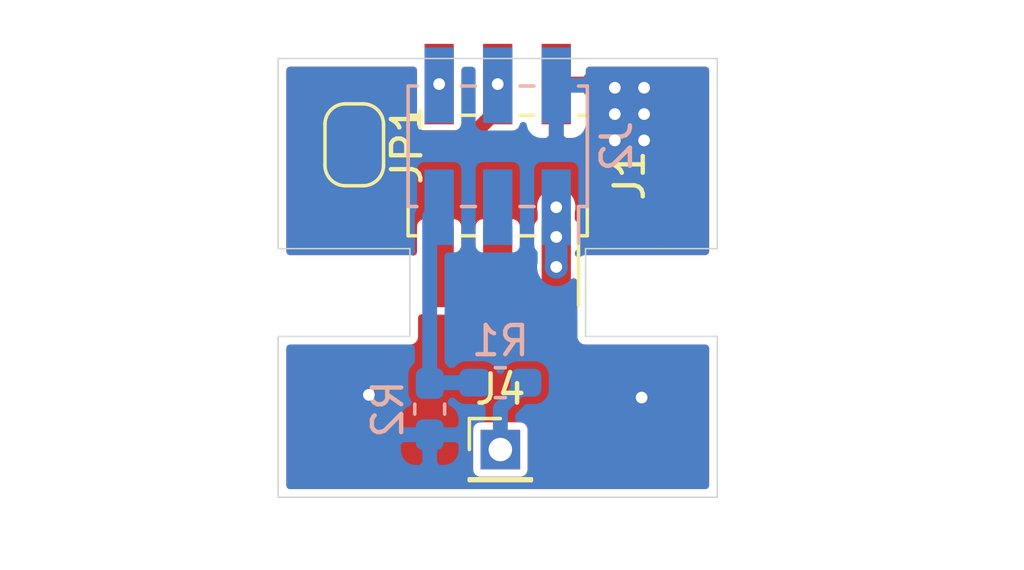
<source format=kicad_pcb>
(kicad_pcb (version 20171130) (host pcbnew 5.1.6~rc1+dfsg1-1)

  (general
    (thickness 1.6)
    (drawings 16)
    (tracks 31)
    (zones 0)
    (modules 6)
    (nets 7)
  )

  (page A4)
  (layers
    (0 F.Cu signal)
    (31 B.Cu signal)
    (32 B.Adhes user)
    (33 F.Adhes user)
    (34 B.Paste user)
    (35 F.Paste user)
    (36 B.SilkS user)
    (37 F.SilkS user)
    (38 B.Mask user)
    (39 F.Mask user)
    (40 Dwgs.User user)
    (41 Cmts.User user)
    (42 Eco1.User user)
    (43 Eco2.User user)
    (44 Edge.Cuts user)
    (45 Margin user)
    (46 B.CrtYd user)
    (47 F.CrtYd user)
    (48 B.Fab user)
    (49 F.Fab user)
  )

  (setup
    (last_trace_width 0.25)
    (user_trace_width 0.508)
    (user_trace_width 0.762)
    (trace_clearance 0.2)
    (zone_clearance 0.254)
    (zone_45_only no)
    (trace_min 0.2)
    (via_size 0.8)
    (via_drill 0.4)
    (via_min_size 0.4)
    (via_min_drill 0.3)
    (uvia_size 0.3)
    (uvia_drill 0.1)
    (uvias_allowed no)
    (uvia_min_size 0.2)
    (uvia_min_drill 0.1)
    (edge_width 0.05)
    (segment_width 0.2)
    (pcb_text_width 0.3)
    (pcb_text_size 1.5 1.5)
    (mod_edge_width 0.12)
    (mod_text_size 1 1)
    (mod_text_width 0.15)
    (pad_size 1.524 1.524)
    (pad_drill 0.762)
    (pad_to_mask_clearance 0.051)
    (solder_mask_min_width 0.25)
    (aux_axis_origin 0 0)
    (visible_elements FFFFFF7F)
    (pcbplotparams
      (layerselection 0x010fc_ffffffff)
      (usegerberextensions true)
      (usegerberattributes false)
      (usegerberadvancedattributes false)
      (creategerberjobfile false)
      (excludeedgelayer true)
      (linewidth 0.100000)
      (plotframeref false)
      (viasonmask false)
      (mode 1)
      (useauxorigin false)
      (hpglpennumber 1)
      (hpglpenspeed 20)
      (hpglpendiameter 15.000000)
      (psnegative false)
      (psa4output false)
      (plotreference true)
      (plotvalue true)
      (plotinvisibletext false)
      (padsonsilk false)
      (subtractmaskfromsilk false)
      (outputformat 1)
      (mirror false)
      (drillshape 0)
      (scaleselection 1)
      (outputdirectory "gerbers"))
  )

  (net 0 "")
  (net 1 GROUND_LOOP)
  (net 2 +12V)
  (net 3 ROTATION_DETECT)
  (net 4 "Net-(J2-Pad5)")
  (net 5 GND)
  (net 6 "Net-(J4-Pad1)")

  (net_class Default "This is the default net class."
    (clearance 0.2)
    (trace_width 0.25)
    (via_dia 0.8)
    (via_drill 0.4)
    (uvia_dia 0.3)
    (uvia_drill 0.1)
    (add_net +12V)
    (add_net GND)
    (add_net GROUND_LOOP)
    (add_net "Net-(J2-Pad5)")
    (add_net "Net-(J4-Pad1)")
    (add_net ROTATION_DETECT)
  )

  (module Resistor_SMD:R_0603_1608Metric_Pad1.05x0.95mm_HandSolder (layer B.Cu) (tedit 5B301BBD) (tstamp 5E9D93AF)
    (at 85.09 29.083 180)
    (descr "Resistor SMD 0603 (1608 Metric), square (rectangular) end terminal, IPC_7351 nominal with elongated pad for handsoldering. (Body size source: http://www.tortai-tech.com/upload/download/2011102023233369053.pdf), generated with kicad-footprint-generator")
    (tags "resistor handsolder")
    (path /5E9DA170)
    (attr smd)
    (fp_text reference R1 (at 0 1.43) (layer B.SilkS)
      (effects (font (size 1 1) (thickness 0.15)) (justify mirror))
    )
    (fp_text value 1k (at 0 -1.43) (layer B.Fab)
      (effects (font (size 1 1) (thickness 0.15)) (justify mirror))
    )
    (fp_line (start -0.8 -0.4) (end -0.8 0.4) (layer B.Fab) (width 0.1))
    (fp_line (start -0.8 0.4) (end 0.8 0.4) (layer B.Fab) (width 0.1))
    (fp_line (start 0.8 0.4) (end 0.8 -0.4) (layer B.Fab) (width 0.1))
    (fp_line (start 0.8 -0.4) (end -0.8 -0.4) (layer B.Fab) (width 0.1))
    (fp_line (start -0.171267 0.51) (end 0.171267 0.51) (layer B.SilkS) (width 0.12))
    (fp_line (start -0.171267 -0.51) (end 0.171267 -0.51) (layer B.SilkS) (width 0.12))
    (fp_line (start -1.65 -0.73) (end -1.65 0.73) (layer B.CrtYd) (width 0.05))
    (fp_line (start -1.65 0.73) (end 1.65 0.73) (layer B.CrtYd) (width 0.05))
    (fp_line (start 1.65 0.73) (end 1.65 -0.73) (layer B.CrtYd) (width 0.05))
    (fp_line (start 1.65 -0.73) (end -1.65 -0.73) (layer B.CrtYd) (width 0.05))
    (fp_text user %R (at 0 0) (layer B.Fab)
      (effects (font (size 0.4 0.4) (thickness 0.06)) (justify mirror))
    )
    (pad 2 smd roundrect (at 0.875 0 180) (size 1.05 0.95) (layers B.Cu B.Paste B.Mask) (roundrect_rratio 0.25)
      (net 4 "Net-(J2-Pad5)"))
    (pad 1 smd roundrect (at -0.875 0 180) (size 1.05 0.95) (layers B.Cu B.Paste B.Mask) (roundrect_rratio 0.25)
      (net 6 "Net-(J4-Pad1)"))
    (model ${KISYS3DMOD}/Resistor_SMD.3dshapes/R_0603_1608Metric.wrl
      (at (xyz 0 0 0))
      (scale (xyz 1 1 1))
      (rotate (xyz 0 0 0))
    )
  )

  (module Resistor_SMD:R_0603_1608Metric_Pad1.05x0.95mm_HandSolder (layer B.Cu) (tedit 5B301BBD) (tstamp 5E9D90D8)
    (at 82.677 29.986 270)
    (descr "Resistor SMD 0603 (1608 Metric), square (rectangular) end terminal, IPC_7351 nominal with elongated pad for handsoldering. (Body size source: http://www.tortai-tech.com/upload/download/2011102023233369053.pdf), generated with kicad-footprint-generator")
    (tags "resistor handsolder")
    (path /5E9DA6C1)
    (attr smd)
    (fp_text reference R2 (at 0 1.43 90) (layer B.SilkS)
      (effects (font (size 1 1) (thickness 0.15)) (justify mirror))
    )
    (fp_text value 2k (at 0 -1.43 90) (layer B.Fab)
      (effects (font (size 1 1) (thickness 0.15)) (justify mirror))
    )
    (fp_line (start -0.8 -0.4) (end -0.8 0.4) (layer B.Fab) (width 0.1))
    (fp_line (start -0.8 0.4) (end 0.8 0.4) (layer B.Fab) (width 0.1))
    (fp_line (start 0.8 0.4) (end 0.8 -0.4) (layer B.Fab) (width 0.1))
    (fp_line (start 0.8 -0.4) (end -0.8 -0.4) (layer B.Fab) (width 0.1))
    (fp_line (start -0.171267 0.51) (end 0.171267 0.51) (layer B.SilkS) (width 0.12))
    (fp_line (start -0.171267 -0.51) (end 0.171267 -0.51) (layer B.SilkS) (width 0.12))
    (fp_line (start -1.65 -0.73) (end -1.65 0.73) (layer B.CrtYd) (width 0.05))
    (fp_line (start -1.65 0.73) (end 1.65 0.73) (layer B.CrtYd) (width 0.05))
    (fp_line (start 1.65 0.73) (end 1.65 -0.73) (layer B.CrtYd) (width 0.05))
    (fp_line (start 1.65 -0.73) (end -1.65 -0.73) (layer B.CrtYd) (width 0.05))
    (fp_text user %R (at 0 0 90) (layer B.Fab)
      (effects (font (size 0.4 0.4) (thickness 0.06)) (justify mirror))
    )
    (pad 2 smd roundrect (at 0.875 0 270) (size 1.05 0.95) (layers B.Cu B.Paste B.Mask) (roundrect_rratio 0.25)
      (net 5 GND))
    (pad 1 smd roundrect (at -0.875 0 270) (size 1.05 0.95) (layers B.Cu B.Paste B.Mask) (roundrect_rratio 0.25)
      (net 4 "Net-(J2-Pad5)"))
    (model ${KISYS3DMOD}/Resistor_SMD.3dshapes/R_0603_1608Metric.wrl
      (at (xyz 0 0 0))
      (scale (xyz 1 1 1))
      (rotate (xyz 0 0 0))
    )
  )

  (module Jumper:SolderJumper-2_P1.3mm_Open_RoundedPad1.0x1.5mm (layer F.Cu) (tedit 5B391E66) (tstamp 5E9D573B)
    (at 80.1 20.95 270)
    (descr "SMD Solder Jumper, 1x1.5mm, rounded Pads, 0.3mm gap, open")
    (tags "solder jumper open")
    (path /5EA1EF21)
    (attr virtual)
    (fp_text reference JP1 (at 0 -1.8 90) (layer F.SilkS)
      (effects (font (size 1 1) (thickness 0.15)))
    )
    (fp_text value BYPASS (at 0 1.9 90) (layer F.Fab)
      (effects (font (size 1 1) (thickness 0.15)))
    )
    (fp_line (start -1.4 0.3) (end -1.4 -0.3) (layer F.SilkS) (width 0.12))
    (fp_line (start 0.7 1) (end -0.7 1) (layer F.SilkS) (width 0.12))
    (fp_line (start 1.4 -0.3) (end 1.4 0.3) (layer F.SilkS) (width 0.12))
    (fp_line (start -0.7 -1) (end 0.7 -1) (layer F.SilkS) (width 0.12))
    (fp_line (start -1.65 -1.25) (end 1.65 -1.25) (layer F.CrtYd) (width 0.05))
    (fp_line (start -1.65 -1.25) (end -1.65 1.25) (layer F.CrtYd) (width 0.05))
    (fp_line (start 1.65 1.25) (end 1.65 -1.25) (layer F.CrtYd) (width 0.05))
    (fp_line (start 1.65 1.25) (end -1.65 1.25) (layer F.CrtYd) (width 0.05))
    (fp_arc (start -0.7 -0.3) (end -0.7 -1) (angle -90) (layer F.SilkS) (width 0.12))
    (fp_arc (start -0.7 0.3) (end -1.4 0.3) (angle -90) (layer F.SilkS) (width 0.12))
    (fp_arc (start 0.7 0.3) (end 0.7 1) (angle -90) (layer F.SilkS) (width 0.12))
    (fp_arc (start 0.7 -0.3) (end 1.4 -0.3) (angle -90) (layer F.SilkS) (width 0.12))
    (pad 2 smd custom (at 0.65 0 270) (size 1 0.5) (layers F.Cu F.Mask)
      (net 5 GND) (zone_connect 2)
      (options (clearance outline) (anchor rect))
      (primitives
        (gr_circle (center 0 0.25) (end 0.5 0.25) (width 0))
        (gr_circle (center 0 -0.25) (end 0.5 -0.25) (width 0))
        (gr_poly (pts
           (xy 0 -0.75) (xy -0.5 -0.75) (xy -0.5 0.75) (xy 0 0.75)) (width 0))
      ))
    (pad 1 smd custom (at -0.65 0 270) (size 1 0.5) (layers F.Cu F.Mask)
      (net 1 GROUND_LOOP) (zone_connect 2)
      (options (clearance outline) (anchor rect))
      (primitives
        (gr_circle (center 0 0.25) (end 0.5 0.25) (width 0))
        (gr_circle (center 0 -0.25) (end 0.5 -0.25) (width 0))
        (gr_poly (pts
           (xy 0 -0.75) (xy 0.5 -0.75) (xy 0.5 0.75) (xy 0 0.75)) (width 0))
      ))
  )

  (module Connector_PinSocket_2.00mm:PinSocket_2x03_P2.00mm_Vertical_SMD (layer F.Cu) (tedit 5A19A42F) (tstamp 5E9D06EA)
    (at 85 22 270)
    (descr "surface-mounted straight socket strip, 2x03, 2.00mm pitch, double cols (from Kicad 4.0.7), script generated")
    (tags "Surface mounted socket strip SMD 2x03 2.00mm double row")
    (path /5E9E0BFF)
    (attr smd)
    (fp_text reference J1 (at 0 -4.5 90) (layer F.SilkS)
      (effects (font (size 1 1) (thickness 0.15)))
    )
    (fp_text value FAN_IN (at 0 4.5 90) (layer F.Fab)
      (effects (font (size 1 1) (thickness 0.15)))
    )
    (fp_line (start -2.06 -3.06) (end 2.06 -3.06) (layer F.SilkS) (width 0.12))
    (fp_line (start 2.06 -3.06) (end 2.06 -2.76) (layer F.SilkS) (width 0.12))
    (fp_line (start 2.06 -1.24) (end 2.06 -0.76) (layer F.SilkS) (width 0.12))
    (fp_line (start 2.06 0.76) (end 2.06 1.24) (layer F.SilkS) (width 0.12))
    (fp_line (start 2.06 2.76) (end 2.06 3.06) (layer F.SilkS) (width 0.12))
    (fp_line (start -2.06 3.06) (end 2.06 3.06) (layer F.SilkS) (width 0.12))
    (fp_line (start -2.06 -3.06) (end -2.06 -2.76) (layer F.SilkS) (width 0.12))
    (fp_line (start -2.06 -1.24) (end -2.06 -0.76) (layer F.SilkS) (width 0.12))
    (fp_line (start -2.06 0.76) (end -2.06 1.24) (layer F.SilkS) (width 0.12))
    (fp_line (start -2.06 2.76) (end -2.06 3.06) (layer F.SilkS) (width 0.12))
    (fp_line (start 2.06 -2.76) (end 4.44 -2.76) (layer F.SilkS) (width 0.12))
    (fp_line (start -2 -3) (end 1 -3) (layer F.Fab) (width 0.1))
    (fp_line (start 1 -3) (end 2 -2) (layer F.Fab) (width 0.1))
    (fp_line (start 2 -2) (end 2 3) (layer F.Fab) (width 0.1))
    (fp_line (start 2 3) (end -2 3) (layer F.Fab) (width 0.1))
    (fp_line (start -2 3) (end -2 -3) (layer F.Fab) (width 0.1))
    (fp_line (start -3 -2.25) (end -2 -2.25) (layer F.Fab) (width 0.1))
    (fp_line (start -2 -1.75) (end -3 -1.75) (layer F.Fab) (width 0.1))
    (fp_line (start -3 -1.75) (end -3 -2.25) (layer F.Fab) (width 0.1))
    (fp_line (start 2 -2.25) (end 3 -2.25) (layer F.Fab) (width 0.1))
    (fp_line (start 3 -2.25) (end 3 -1.75) (layer F.Fab) (width 0.1))
    (fp_line (start 3 -1.75) (end 2 -1.75) (layer F.Fab) (width 0.1))
    (fp_line (start -3 -0.25) (end -2 -0.25) (layer F.Fab) (width 0.1))
    (fp_line (start -2 0.25) (end -3 0.25) (layer F.Fab) (width 0.1))
    (fp_line (start -3 0.25) (end -3 -0.25) (layer F.Fab) (width 0.1))
    (fp_line (start 2 -0.25) (end 3 -0.25) (layer F.Fab) (width 0.1))
    (fp_line (start 3 -0.25) (end 3 0.25) (layer F.Fab) (width 0.1))
    (fp_line (start 3 0.25) (end 2 0.25) (layer F.Fab) (width 0.1))
    (fp_line (start -3 1.75) (end -2 1.75) (layer F.Fab) (width 0.1))
    (fp_line (start -2 2.25) (end -3 2.25) (layer F.Fab) (width 0.1))
    (fp_line (start -3 2.25) (end -3 1.75) (layer F.Fab) (width 0.1))
    (fp_line (start 2 1.75) (end 3 1.75) (layer F.Fab) (width 0.1))
    (fp_line (start 3 1.75) (end 3 2.25) (layer F.Fab) (width 0.1))
    (fp_line (start 3 2.25) (end 2 2.25) (layer F.Fab) (width 0.1))
    (fp_line (start -5 -3.5) (end 5 -3.5) (layer F.CrtYd) (width 0.05))
    (fp_line (start 5 -3.5) (end 5 3.5) (layer F.CrtYd) (width 0.05))
    (fp_line (start 5 3.5) (end -5 3.5) (layer F.CrtYd) (width 0.05))
    (fp_line (start -5 3.5) (end -5 -3.5) (layer F.CrtYd) (width 0.05))
    (fp_text user %R (at 0 0) (layer F.Fab)
      (effects (font (size 1 1) (thickness 0.15)))
    )
    (pad 6 smd rect (at -3.125 2 270) (size 2.75 1) (layers F.Cu F.Paste F.Mask)
      (net 3 ROTATION_DETECT))
    (pad 5 smd rect (at 3.125 2 270) (size 2.75 1) (layers F.Cu F.Paste F.Mask))
    (pad 4 smd rect (at -3.125 0 270) (size 2.75 1) (layers F.Cu F.Paste F.Mask)
      (net 1 GROUND_LOOP))
    (pad 3 smd rect (at 3.125 0 270) (size 2.75 1) (layers F.Cu F.Paste F.Mask))
    (pad 2 smd rect (at -3.125 -2 270) (size 2.75 1) (layers F.Cu F.Paste F.Mask)
      (net 5 GND))
    (pad 1 smd rect (at 3.125 -2 270) (size 2.75 1) (layers F.Cu F.Paste F.Mask)
      (net 2 +12V))
    (model ${KISYS3DMOD}/Connector_PinSocket_2.00mm.3dshapes/PinSocket_2x03_P2.00mm_Vertical_SMD.wrl
      (at (xyz 0 0 0))
      (scale (xyz 1 1 1))
      (rotate (xyz 0 0 0))
    )
  )

  (module Connector_PinHeader_2.00mm:PinHeader_1x01_P2.00mm_Vertical (layer F.Cu) (tedit 59FED667) (tstamp 5E9D9346)
    (at 85.09 31.369)
    (descr "Through hole straight pin header, 1x01, 2.00mm pitch, single row")
    (tags "Through hole pin header THT 1x01 2.00mm single row")
    (path /5E9F17A7)
    (fp_text reference J4 (at 0 -2.06) (layer F.SilkS)
      (effects (font (size 1 1) (thickness 0.15)))
    )
    (fp_text value COMM (at 0 2.06) (layer F.Fab)
      (effects (font (size 1 1) (thickness 0.15)))
    )
    (fp_line (start -0.5 -1) (end 1 -1) (layer F.Fab) (width 0.1))
    (fp_line (start 1 -1) (end 1 1) (layer F.Fab) (width 0.1))
    (fp_line (start 1 1) (end -1 1) (layer F.Fab) (width 0.1))
    (fp_line (start -1 1) (end -1 -0.5) (layer F.Fab) (width 0.1))
    (fp_line (start -1 -0.5) (end -0.5 -1) (layer F.Fab) (width 0.1))
    (fp_line (start -1.06 1.06) (end 1.06 1.06) (layer F.SilkS) (width 0.12))
    (fp_line (start -1.06 1) (end -1.06 1.06) (layer F.SilkS) (width 0.12))
    (fp_line (start 1.06 1) (end 1.06 1.06) (layer F.SilkS) (width 0.12))
    (fp_line (start -1.06 1) (end 1.06 1) (layer F.SilkS) (width 0.12))
    (fp_line (start -1.06 0) (end -1.06 -1.06) (layer F.SilkS) (width 0.12))
    (fp_line (start -1.06 -1.06) (end 0 -1.06) (layer F.SilkS) (width 0.12))
    (fp_line (start -1.5 -1.5) (end -1.5 1.5) (layer F.CrtYd) (width 0.05))
    (fp_line (start -1.5 1.5) (end 1.5 1.5) (layer F.CrtYd) (width 0.05))
    (fp_line (start 1.5 1.5) (end 1.5 -1.5) (layer F.CrtYd) (width 0.05))
    (fp_line (start 1.5 -1.5) (end -1.5 -1.5) (layer F.CrtYd) (width 0.05))
    (fp_text user %R (at 0 0 90) (layer F.Fab)
      (effects (font (size 1 1) (thickness 0.15)))
    )
    (pad 1 thru_hole rect (at 0 0) (size 1.35 1.35) (drill 0.8) (layers *.Cu *.Mask)
      (net 6 "Net-(J4-Pad1)"))
    (model ${KISYS3DMOD}/Connector_PinHeader_2.00mm.3dshapes/PinHeader_1x01_P2.00mm_Vertical.wrl
      (at (xyz 0 0 0))
      (scale (xyz 1 1 1))
      (rotate (xyz 0 0 0))
    )
  )

  (module Connector_PinHeader_2.00mm:PinHeader_2x03_P2.00mm_Vertical_SMD (layer B.Cu) (tedit 59FED667) (tstamp 5E9D0E63)
    (at 85 21 90)
    (descr "surface-mounted straight pin header, 2x03, 2.00mm pitch, double rows")
    (tags "Surface mounted pin header SMD 2x03 2.00mm double row")
    (path /5E9E1E9C)
    (attr smd)
    (fp_text reference J2 (at 0 4.06 270) (layer B.SilkS)
      (effects (font (size 1 1) (thickness 0.15)) (justify mirror))
    )
    (fp_text value FAN_OUT (at 0 -4.06 270) (layer B.Fab)
      (effects (font (size 1 1) (thickness 0.15)) (justify mirror))
    )
    (fp_line (start 2 -3) (end -2 -3) (layer B.Fab) (width 0.1))
    (fp_line (start -1.25 3) (end 2 3) (layer B.Fab) (width 0.1))
    (fp_line (start -2 -3) (end -2 2.25) (layer B.Fab) (width 0.1))
    (fp_line (start -2 2.25) (end -1.25 3) (layer B.Fab) (width 0.1))
    (fp_line (start 2 3) (end 2 -3) (layer B.Fab) (width 0.1))
    (fp_line (start -2 2.25) (end -2.875 2.25) (layer B.Fab) (width 0.1))
    (fp_line (start -2.875 2.25) (end -2.875 1.75) (layer B.Fab) (width 0.1))
    (fp_line (start -2.875 1.75) (end -2 1.75) (layer B.Fab) (width 0.1))
    (fp_line (start 2 2.25) (end 2.875 2.25) (layer B.Fab) (width 0.1))
    (fp_line (start 2.875 2.25) (end 2.875 1.75) (layer B.Fab) (width 0.1))
    (fp_line (start 2.875 1.75) (end 2 1.75) (layer B.Fab) (width 0.1))
    (fp_line (start -2 0.25) (end -2.875 0.25) (layer B.Fab) (width 0.1))
    (fp_line (start -2.875 0.25) (end -2.875 -0.25) (layer B.Fab) (width 0.1))
    (fp_line (start -2.875 -0.25) (end -2 -0.25) (layer B.Fab) (width 0.1))
    (fp_line (start 2 0.25) (end 2.875 0.25) (layer B.Fab) (width 0.1))
    (fp_line (start 2.875 0.25) (end 2.875 -0.25) (layer B.Fab) (width 0.1))
    (fp_line (start 2.875 -0.25) (end 2 -0.25) (layer B.Fab) (width 0.1))
    (fp_line (start -2 -1.75) (end -2.875 -1.75) (layer B.Fab) (width 0.1))
    (fp_line (start -2.875 -1.75) (end -2.875 -2.25) (layer B.Fab) (width 0.1))
    (fp_line (start -2.875 -2.25) (end -2 -2.25) (layer B.Fab) (width 0.1))
    (fp_line (start 2 -1.75) (end 2.875 -1.75) (layer B.Fab) (width 0.1))
    (fp_line (start 2.875 -1.75) (end 2.875 -2.25) (layer B.Fab) (width 0.1))
    (fp_line (start 2.875 -2.25) (end 2 -2.25) (layer B.Fab) (width 0.1))
    (fp_line (start -2.06 3.06) (end 2.06 3.06) (layer B.SilkS) (width 0.12))
    (fp_line (start -2.06 -3.06) (end 2.06 -3.06) (layer B.SilkS) (width 0.12))
    (fp_line (start -3.315 2.76) (end -2.06 2.76) (layer B.SilkS) (width 0.12))
    (fp_line (start -2.06 3.06) (end -2.06 2.76) (layer B.SilkS) (width 0.12))
    (fp_line (start 2.06 3.06) (end 2.06 2.76) (layer B.SilkS) (width 0.12))
    (fp_line (start -2.06 -2.76) (end -2.06 -3.06) (layer B.SilkS) (width 0.12))
    (fp_line (start 2.06 -2.76) (end 2.06 -3.06) (layer B.SilkS) (width 0.12))
    (fp_line (start -2.06 1.24) (end -2.06 0.76) (layer B.SilkS) (width 0.12))
    (fp_line (start 2.06 1.24) (end 2.06 0.76) (layer B.SilkS) (width 0.12))
    (fp_line (start -2.06 -0.76) (end -2.06 -1.24) (layer B.SilkS) (width 0.12))
    (fp_line (start 2.06 -0.76) (end 2.06 -1.24) (layer B.SilkS) (width 0.12))
    (fp_line (start -4.9 3.5) (end -4.9 -3.5) (layer B.CrtYd) (width 0.05))
    (fp_line (start -4.9 -3.5) (end 4.9 -3.5) (layer B.CrtYd) (width 0.05))
    (fp_line (start 4.9 -3.5) (end 4.9 3.5) (layer B.CrtYd) (width 0.05))
    (fp_line (start 4.9 3.5) (end -4.9 3.5) (layer B.CrtYd) (width 0.05))
    (fp_text user %R (at 0 0) (layer B.Fab)
      (effects (font (size 1 1) (thickness 0.15)) (justify mirror))
    )
    (pad 6 smd rect (at 2.085 -2 90) (size 2.58 1) (layers B.Cu B.Paste B.Mask)
      (net 3 ROTATION_DETECT))
    (pad 5 smd rect (at -2.085 -2 90) (size 2.58 1) (layers B.Cu B.Paste B.Mask)
      (net 4 "Net-(J2-Pad5)"))
    (pad 4 smd rect (at 2.085 0 90) (size 2.58 1) (layers B.Cu B.Paste B.Mask)
      (net 1 GROUND_LOOP))
    (pad 3 smd rect (at -2.085 0 90) (size 2.58 1) (layers B.Cu B.Paste B.Mask))
    (pad 2 smd rect (at 2.085 2 90) (size 2.58 1) (layers B.Cu B.Paste B.Mask)
      (net 5 GND))
    (pad 1 smd rect (at -2.085 2 90) (size 2.58 1) (layers B.Cu B.Paste B.Mask)
      (net 2 +12V))
    (model ${KISYS3DMOD}/Connector_PinHeader_2.00mm.3dshapes/PinHeader_2x03_P2.00mm_Vertical_SMD.wrl
      (at (xyz 0 0 0))
      (scale (xyz 1 1 1))
      (rotate (xyz 0 0 0))
    )
  )

  (gr_line (start 77.5 33) (end 92.5 33) (layer Edge.Cuts) (width 0.05))
  (gr_line (start 92.5 27.5) (end 92.5 33) (layer Edge.Cuts) (width 0.05) (tstamp 5E9D531F))
  (gr_line (start 77.5 27.5) (end 77.5 33) (layer Edge.Cuts) (width 0.05))
  (gr_line (start 77.5 18) (end 77.5 24.5) (layer Edge.Cuts) (width 0.05) (tstamp 5E9D531D))
  (gr_line (start 92.5 18) (end 92.5 24.5) (layer Edge.Cuts) (width 0.05) (tstamp 5E9D52DE))
  (gr_line (start 79.5 27.5) (end 77.5 27.5) (layer Edge.Cuts) (width 0.05))
  (gr_line (start 82 27.5) (end 79.5 27.5) (layer Edge.Cuts) (width 0.05))
  (gr_line (start 82 24.5) (end 82 27.5) (layer Edge.Cuts) (width 0.05))
  (gr_line (start 81.5 24.5) (end 82 24.5) (layer Edge.Cuts) (width 0.05))
  (gr_line (start 88 24.5) (end 88.5 24.5) (layer Edge.Cuts) (width 0.05) (tstamp 5E9D3E57))
  (gr_line (start 88 27.5) (end 88 24.5) (layer Edge.Cuts) (width 0.05))
  (gr_line (start 92.5 27.5) (end 88 27.5) (layer Edge.Cuts) (width 0.05))
  (gr_line (start 90.5 24.5) (end 92.5 24.5) (layer Edge.Cuts) (width 0.05))
  (gr_line (start 77.5 24.5) (end 81.5 24.5) (layer Edge.Cuts) (width 0.05) (tstamp 5E9D00BC))
  (gr_line (start 90.5 24.5) (end 88.5 24.5) (layer Edge.Cuts) (width 0.05) (tstamp 5E9D00BB))
  (gr_line (start 77.5 18) (end 92.5 18) (layer Edge.Cuts) (width 0.05))

  (segment (start 80.847592 20.3) (end 80.1 20.3) (width 0.508) (layer F.Cu) (net 1))
  (segment (start 81.251593 20.704001) (end 80.847592 20.3) (width 0.508) (layer F.Cu) (net 1))
  (segment (start 84.045999 20.704001) (end 81.251593 20.704001) (width 0.508) (layer F.Cu) (net 1))
  (segment (start 85 19.75) (end 84.045999 20.704001) (width 0.508) (layer F.Cu) (net 1))
  (segment (start 85 18.875) (end 85 18.875) (width 0.508) (layer F.Cu) (net 1))
  (segment (start 85 18.875) (end 85 19.75) (width 0.508) (layer F.Cu) (net 1) (tstamp 5E9D5C23))
  (via (at 85 18.875) (size 0.8) (drill 0.4) (layers F.Cu B.Cu) (net 1))
  (via (at 87 23.085) (size 0.8) (drill 0.4) (layers F.Cu B.Cu) (net 2))
  (segment (start 87 25.125) (end 87 25.125) (width 0.762) (layer F.Cu) (net 2))
  (segment (start 87 25.125) (end 87 24.1) (width 0.762) (layer F.Cu) (net 2) (tstamp 5E9D52C7))
  (via (at 87 25.125) (size 0.8) (drill 0.4) (layers F.Cu B.Cu) (net 2))
  (segment (start 87 24.1) (end 87 23.085) (width 0.762) (layer F.Cu) (net 2) (tstamp 5E9D52C9))
  (via (at 87 24.1) (size 0.8) (drill 0.4) (layers F.Cu B.Cu) (net 2))
  (segment (start 87 25.125) (end 87 23.085) (width 0.762) (layer B.Cu) (net 2))
  (segment (start 83 18.915) (end 83 18.875) (width 0.508) (layer B.Cu) (net 3))
  (segment (start 83 18.875) (end 83 18.875) (width 0.508) (layer B.Cu) (net 3) (tstamp 5E9D5333))
  (via (at 83 18.875) (size 0.8) (drill 0.4) (layers F.Cu B.Cu) (net 3))
  (segment (start 82.705 29.083) (end 82.677 29.111) (width 0.508) (layer B.Cu) (net 4))
  (segment (start 84.215 29.083) (end 82.705 29.083) (width 0.508) (layer B.Cu) (net 4))
  (segment (start 82.677 23.408) (end 83 23.085) (width 0.508) (layer B.Cu) (net 4))
  (segment (start 82.677 29.111) (end 82.677 23.408) (width 0.508) (layer B.Cu) (net 4))
  (via (at 89 19) (size 0.8) (drill 0.4) (layers F.Cu B.Cu) (net 5))
  (via (at 90 19) (size 0.8) (drill 0.4) (layers F.Cu B.Cu) (net 5))
  (via (at 89 19.9) (size 0.8) (drill 0.4) (layers F.Cu B.Cu) (net 5))
  (via (at 90 19.9) (size 0.8) (drill 0.4) (layers F.Cu B.Cu) (net 5))
  (via (at 89 20.8) (size 0.8) (drill 0.4) (layers F.Cu B.Cu) (net 5))
  (via (at 90 20.8) (size 0.8) (drill 0.4) (layers F.Cu B.Cu) (net 5))
  (via (at 80.6 29.5) (size 0.8) (drill 0.4) (layers F.Cu B.Cu) (net 5))
  (via (at 89.916 29.591) (size 0.8) (drill 0.4) (layers F.Cu B.Cu) (net 5))
  (segment (start 85.09 29.958) (end 85.965 29.083) (width 0.508) (layer B.Cu) (net 6))
  (segment (start 85.09 31.369) (end 85.09 29.958) (width 0.508) (layer B.Cu) (net 6))

  (zone (net 5) (net_name GND) (layer B.Cu) (tstamp 5E9D951F) (hatch edge 0.508)
    (connect_pads (clearance 0.254))
    (min_thickness 0.254)
    (fill yes (arc_segments 32) (thermal_gap 0.508) (thermal_bridge_width 0.508))
    (polygon
      (pts
        (xy 102 17) (xy 102 35) (xy 68.5 35) (xy 68.5 16.5)
      )
    )
    (filled_polygon
      (pts
        (xy 82.117157 20.205) (xy 82.124513 20.279689) (xy 82.146299 20.351508) (xy 82.181678 20.417696) (xy 82.229289 20.475711)
        (xy 82.287304 20.523322) (xy 82.353492 20.558701) (xy 82.425311 20.580487) (xy 82.5 20.587843) (xy 83.5 20.587843)
        (xy 83.574689 20.580487) (xy 83.646508 20.558701) (xy 83.712696 20.523322) (xy 83.770711 20.475711) (xy 83.818322 20.417696)
        (xy 83.853701 20.351508) (xy 83.875487 20.279689) (xy 83.882843 20.205) (xy 83.882843 18.406) (xy 84.117157 18.406)
        (xy 84.117157 20.205) (xy 84.124513 20.279689) (xy 84.146299 20.351508) (xy 84.181678 20.417696) (xy 84.229289 20.475711)
        (xy 84.287304 20.523322) (xy 84.353492 20.558701) (xy 84.425311 20.580487) (xy 84.5 20.587843) (xy 85.5 20.587843)
        (xy 85.574689 20.580487) (xy 85.646508 20.558701) (xy 85.712696 20.523322) (xy 85.770711 20.475711) (xy 85.818322 20.417696)
        (xy 85.853701 20.351508) (xy 85.870804 20.295126) (xy 85.874188 20.329482) (xy 85.910498 20.44918) (xy 85.969463 20.559494)
        (xy 86.048815 20.656185) (xy 86.145506 20.735537) (xy 86.25582 20.794502) (xy 86.375518 20.830812) (xy 86.5 20.843072)
        (xy 86.71425 20.84) (xy 86.873 20.68125) (xy 86.873 19.042) (xy 87.127 19.042) (xy 87.127 20.68125)
        (xy 87.28575 20.84) (xy 87.5 20.843072) (xy 87.624482 20.830812) (xy 87.74418 20.794502) (xy 87.854494 20.735537)
        (xy 87.951185 20.656185) (xy 88.030537 20.559494) (xy 88.089502 20.44918) (xy 88.125812 20.329482) (xy 88.138072 20.205)
        (xy 88.135 19.20075) (xy 87.97625 19.042) (xy 87.127 19.042) (xy 86.873 19.042) (xy 86.853 19.042)
        (xy 86.853 18.788) (xy 86.873 18.788) (xy 86.873 18.406) (xy 87.127 18.406) (xy 87.127 18.788)
        (xy 87.97625 18.788) (xy 88.135 18.62925) (xy 88.135683 18.406) (xy 92.094 18.406) (xy 92.094001 24.594)
        (xy 88.019941 24.594) (xy 88 24.592036) (xy 87.98006 24.594) (xy 87.980059 24.594) (xy 87.92041 24.599875)
        (xy 87.843879 24.62309) (xy 87.773347 24.66079) (xy 87.762 24.670102) (xy 87.762 24.65286) (xy 87.770711 24.645711)
        (xy 87.818322 24.587696) (xy 87.853701 24.521508) (xy 87.875487 24.449689) (xy 87.882843 24.375) (xy 87.882843 21.795)
        (xy 87.875487 21.720311) (xy 87.853701 21.648492) (xy 87.818322 21.582304) (xy 87.770711 21.524289) (xy 87.712696 21.476678)
        (xy 87.646508 21.441299) (xy 87.574689 21.419513) (xy 87.5 21.412157) (xy 86.5 21.412157) (xy 86.425311 21.419513)
        (xy 86.353492 21.441299) (xy 86.287304 21.476678) (xy 86.229289 21.524289) (xy 86.181678 21.582304) (xy 86.146299 21.648492)
        (xy 86.124513 21.720311) (xy 86.117157 21.795) (xy 86.117157 24.375) (xy 86.124513 24.449689) (xy 86.146299 24.521508)
        (xy 86.181678 24.587696) (xy 86.229289 24.645711) (xy 86.238 24.65286) (xy 86.238 24.952557) (xy 86.219 25.048078)
        (xy 86.219 25.201922) (xy 86.249013 25.352809) (xy 86.307887 25.494942) (xy 86.393358 25.622859) (xy 86.502141 25.731642)
        (xy 86.630058 25.817113) (xy 86.772191 25.875987) (xy 86.923078 25.906) (xy 87.076922 25.906) (xy 87.227809 25.875987)
        (xy 87.369942 25.817113) (xy 87.497859 25.731642) (xy 87.594001 25.6355) (xy 87.594 27.480059) (xy 87.592036 27.5)
        (xy 87.599875 27.57959) (xy 87.62309 27.656121) (xy 87.66079 27.726653) (xy 87.711526 27.788474) (xy 87.773347 27.83921)
        (xy 87.843879 27.87691) (xy 87.92041 27.900125) (xy 88 27.907964) (xy 88.01994 27.906) (xy 92.094 27.906)
        (xy 92.094001 32.594) (xy 77.906 32.594) (xy 77.906 31.386) (xy 81.563928 31.386) (xy 81.576188 31.510482)
        (xy 81.612498 31.63018) (xy 81.671463 31.740494) (xy 81.750815 31.837185) (xy 81.847506 31.916537) (xy 81.95782 31.975502)
        (xy 82.077518 32.011812) (xy 82.202 32.024072) (xy 82.39125 32.021) (xy 82.55 31.86225) (xy 82.55 30.988)
        (xy 82.804 30.988) (xy 82.804 31.86225) (xy 82.96275 32.021) (xy 83.152 32.024072) (xy 83.276482 32.011812)
        (xy 83.39618 31.975502) (xy 83.506494 31.916537) (xy 83.603185 31.837185) (xy 83.682537 31.740494) (xy 83.741502 31.63018)
        (xy 83.777812 31.510482) (xy 83.790072 31.386) (xy 83.787 31.14675) (xy 83.62825 30.988) (xy 82.804 30.988)
        (xy 82.55 30.988) (xy 81.72575 30.988) (xy 81.567 31.14675) (xy 81.563928 31.386) (xy 77.906 31.386)
        (xy 77.906 27.906) (xy 81.98006 27.906) (xy 82 27.907964) (xy 82.042 27.903827) (xy 82.042 28.351081)
        (xy 82.000851 28.384851) (xy 81.923704 28.478856) (xy 81.866378 28.586105) (xy 81.831077 28.702477) (xy 81.819157 28.8235)
        (xy 81.819157 29.3985) (xy 81.831077 29.519523) (xy 81.866378 29.635895) (xy 81.923704 29.743144) (xy 81.93602 29.758151)
        (xy 81.847506 29.805463) (xy 81.750815 29.884815) (xy 81.671463 29.981506) (xy 81.612498 30.09182) (xy 81.576188 30.211518)
        (xy 81.563928 30.336) (xy 81.567 30.57525) (xy 81.72575 30.734) (xy 82.55 30.734) (xy 82.55 30.714)
        (xy 82.804 30.714) (xy 82.804 30.734) (xy 83.62825 30.734) (xy 83.787 30.57525) (xy 83.790072 30.336)
        (xy 83.777812 30.211518) (xy 83.741502 30.09182) (xy 83.682537 29.981506) (xy 83.603185 29.884815) (xy 83.506494 29.805463)
        (xy 83.41798 29.758151) (xy 83.430296 29.743144) (xy 83.443736 29.718) (xy 83.455081 29.718) (xy 83.488851 29.759149)
        (xy 83.582856 29.836296) (xy 83.690105 29.893622) (xy 83.806477 29.928923) (xy 83.9275 29.940843) (xy 84.453619 29.940843)
        (xy 84.451929 29.958) (xy 84.455001 29.989191) (xy 84.455001 30.311157) (xy 84.415 30.311157) (xy 84.340311 30.318513)
        (xy 84.268492 30.340299) (xy 84.202304 30.375678) (xy 84.144289 30.423289) (xy 84.096678 30.481304) (xy 84.061299 30.547492)
        (xy 84.039513 30.619311) (xy 84.032157 30.694) (xy 84.032157 32.044) (xy 84.039513 32.118689) (xy 84.061299 32.190508)
        (xy 84.096678 32.256696) (xy 84.144289 32.314711) (xy 84.202304 32.362322) (xy 84.268492 32.397701) (xy 84.340311 32.419487)
        (xy 84.415 32.426843) (xy 85.765 32.426843) (xy 85.839689 32.419487) (xy 85.911508 32.397701) (xy 85.977696 32.362322)
        (xy 86.035711 32.314711) (xy 86.083322 32.256696) (xy 86.118701 32.190508) (xy 86.140487 32.118689) (xy 86.147843 32.044)
        (xy 86.147843 30.694) (xy 86.140487 30.619311) (xy 86.118701 30.547492) (xy 86.083322 30.481304) (xy 86.035711 30.423289)
        (xy 85.977696 30.375678) (xy 85.911508 30.340299) (xy 85.839689 30.318513) (xy 85.765 30.311157) (xy 85.725 30.311157)
        (xy 85.725 30.221024) (xy 86.005182 29.940843) (xy 86.2525 29.940843) (xy 86.373523 29.928923) (xy 86.489895 29.893622)
        (xy 86.597144 29.836296) (xy 86.691149 29.759149) (xy 86.768296 29.665144) (xy 86.825622 29.557895) (xy 86.860923 29.441523)
        (xy 86.872843 29.3205) (xy 86.872843 28.8455) (xy 86.860923 28.724477) (xy 86.825622 28.608105) (xy 86.768296 28.500856)
        (xy 86.691149 28.406851) (xy 86.597144 28.329704) (xy 86.489895 28.272378) (xy 86.373523 28.237077) (xy 86.2525 28.225157)
        (xy 85.6775 28.225157) (xy 85.556477 28.237077) (xy 85.440105 28.272378) (xy 85.332856 28.329704) (xy 85.238851 28.406851)
        (xy 85.161704 28.500856) (xy 85.104378 28.608105) (xy 85.09 28.655503) (xy 85.075622 28.608105) (xy 85.018296 28.500856)
        (xy 84.941149 28.406851) (xy 84.847144 28.329704) (xy 84.739895 28.272378) (xy 84.623523 28.237077) (xy 84.5025 28.225157)
        (xy 83.9275 28.225157) (xy 83.806477 28.237077) (xy 83.690105 28.272378) (xy 83.582856 28.329704) (xy 83.488851 28.406851)
        (xy 83.455081 28.448) (xy 83.404973 28.448) (xy 83.353149 28.384851) (xy 83.312 28.351081) (xy 83.312 24.757843)
        (xy 83.5 24.757843) (xy 83.574689 24.750487) (xy 83.646508 24.728701) (xy 83.712696 24.693322) (xy 83.770711 24.645711)
        (xy 83.818322 24.587696) (xy 83.853701 24.521508) (xy 83.875487 24.449689) (xy 83.882843 24.375) (xy 83.882843 21.795)
        (xy 84.117157 21.795) (xy 84.117157 24.375) (xy 84.124513 24.449689) (xy 84.146299 24.521508) (xy 84.181678 24.587696)
        (xy 84.229289 24.645711) (xy 84.287304 24.693322) (xy 84.353492 24.728701) (xy 84.425311 24.750487) (xy 84.5 24.757843)
        (xy 85.5 24.757843) (xy 85.574689 24.750487) (xy 85.646508 24.728701) (xy 85.712696 24.693322) (xy 85.770711 24.645711)
        (xy 85.818322 24.587696) (xy 85.853701 24.521508) (xy 85.875487 24.449689) (xy 85.882843 24.375) (xy 85.882843 21.795)
        (xy 85.875487 21.720311) (xy 85.853701 21.648492) (xy 85.818322 21.582304) (xy 85.770711 21.524289) (xy 85.712696 21.476678)
        (xy 85.646508 21.441299) (xy 85.574689 21.419513) (xy 85.5 21.412157) (xy 84.5 21.412157) (xy 84.425311 21.419513)
        (xy 84.353492 21.441299) (xy 84.287304 21.476678) (xy 84.229289 21.524289) (xy 84.181678 21.582304) (xy 84.146299 21.648492)
        (xy 84.124513 21.720311) (xy 84.117157 21.795) (xy 83.882843 21.795) (xy 83.875487 21.720311) (xy 83.853701 21.648492)
        (xy 83.818322 21.582304) (xy 83.770711 21.524289) (xy 83.712696 21.476678) (xy 83.646508 21.441299) (xy 83.574689 21.419513)
        (xy 83.5 21.412157) (xy 82.5 21.412157) (xy 82.425311 21.419513) (xy 82.353492 21.441299) (xy 82.287304 21.476678)
        (xy 82.229289 21.524289) (xy 82.181678 21.582304) (xy 82.146299 21.648492) (xy 82.124513 21.720311) (xy 82.117157 21.795)
        (xy 82.117157 23.108334) (xy 82.087498 23.163821) (xy 82.062203 23.247209) (xy 82.051189 23.283518) (xy 82.042001 23.376808)
        (xy 82.038929 23.408) (xy 82.042001 23.439191) (xy 82.042001 24.596173) (xy 82.019941 24.594) (xy 82.01994 24.594)
        (xy 82 24.592036) (xy 81.980059 24.594) (xy 77.906 24.594) (xy 77.906 18.406) (xy 82.117157 18.406)
      )
    )
  )
  (zone (net 5) (net_name GND) (layer F.Cu) (tstamp 5E9D951C) (hatch edge 0.508)
    (connect_pads (clearance 0.254))
    (min_thickness 0.254)
    (fill yes (arc_segments 32) (thermal_gap 0.508) (thermal_bridge_width 0.508))
    (polygon
      (pts
        (xy 103 35.5) (xy 68 35.5) (xy 68 16) (xy 103 16)
      )
    )
    (filled_polygon
      (pts
        (xy 82.117157 20.069001) (xy 81.514618 20.069001) (xy 81.318666 19.87305) (xy 81.298777 19.848815) (xy 81.202086 19.769463)
        (xy 81.091772 19.710498) (xy 80.972074 19.674188) (xy 80.96901 19.673886) (xy 80.937908 19.642784) (xy 80.879893 19.595173)
        (xy 80.798394 19.540717) (xy 80.732204 19.505337) (xy 80.641648 19.467828) (xy 80.569831 19.446043) (xy 80.473698 19.426921)
        (xy 80.399009 19.419565) (xy 80.37445 19.419565) (xy 80.35 19.417157) (xy 79.85 19.417157) (xy 79.82555 19.419565)
        (xy 79.800991 19.419565) (xy 79.726302 19.426921) (xy 79.630169 19.446043) (xy 79.558352 19.467828) (xy 79.467796 19.505337)
        (xy 79.401606 19.540717) (xy 79.320107 19.595173) (xy 79.262092 19.642784) (xy 79.192784 19.712092) (xy 79.145173 19.770107)
        (xy 79.090717 19.851606) (xy 79.055337 19.917796) (xy 79.017828 20.008352) (xy 78.996043 20.080169) (xy 78.976921 20.176302)
        (xy 78.969565 20.250991) (xy 78.969565 20.27555) (xy 78.967157 20.3) (xy 78.967157 20.8) (xy 78.974513 20.874689)
        (xy 78.996299 20.946508) (xy 79.031678 21.012696) (xy 79.079289 21.070711) (xy 79.137304 21.118322) (xy 79.203492 21.153701)
        (xy 79.275311 21.175487) (xy 79.35 21.182843) (xy 80.834108 21.182843) (xy 80.897099 21.234539) (xy 81.007413 21.293503)
        (xy 81.127111 21.329813) (xy 81.220401 21.339001) (xy 81.220404 21.339001) (xy 81.251593 21.342073) (xy 81.282782 21.339001)
        (xy 84.014818 21.339001) (xy 84.045999 21.342072) (xy 84.07718 21.339001) (xy 84.077191 21.339001) (xy 84.170481 21.329813)
        (xy 84.290179 21.293503) (xy 84.400493 21.234538) (xy 84.497184 21.155186) (xy 84.517073 21.130951) (xy 85.015182 20.632843)
        (xy 85.5 20.632843) (xy 85.574689 20.625487) (xy 85.646508 20.603701) (xy 85.712696 20.568322) (xy 85.770711 20.520711)
        (xy 85.818322 20.462696) (xy 85.853701 20.396508) (xy 85.870804 20.340126) (xy 85.874188 20.374482) (xy 85.910498 20.49418)
        (xy 85.969463 20.604494) (xy 86.048815 20.701185) (xy 86.145506 20.780537) (xy 86.25582 20.839502) (xy 86.375518 20.875812)
        (xy 86.5 20.888072) (xy 86.71425 20.885) (xy 86.873 20.72625) (xy 86.873 19.002) (xy 87.127 19.002)
        (xy 87.127 20.72625) (xy 87.28575 20.885) (xy 87.5 20.888072) (xy 87.624482 20.875812) (xy 87.74418 20.839502)
        (xy 87.854494 20.780537) (xy 87.951185 20.701185) (xy 88.030537 20.604494) (xy 88.089502 20.49418) (xy 88.125812 20.374482)
        (xy 88.138072 20.25) (xy 88.135 19.16075) (xy 87.97625 19.002) (xy 87.127 19.002) (xy 86.873 19.002)
        (xy 86.853 19.002) (xy 86.853 18.748) (xy 86.873 18.748) (xy 86.873 18.406) (xy 87.127 18.406)
        (xy 87.127 18.748) (xy 87.97625 18.748) (xy 88.135 18.58925) (xy 88.135517 18.406) (xy 92.094 18.406)
        (xy 92.094001 24.594) (xy 88.019941 24.594) (xy 88 24.592036) (xy 87.98006 24.594) (xy 87.980059 24.594)
        (xy 87.92041 24.599875) (xy 87.882843 24.611271) (xy 87.882843 23.75) (xy 87.875487 23.675311) (xy 87.853701 23.603492)
        (xy 87.818322 23.537304) (xy 87.770711 23.479289) (xy 87.762 23.47214) (xy 87.762 23.257442) (xy 87.781 23.161922)
        (xy 87.781 23.008078) (xy 87.750987 22.857191) (xy 87.692113 22.715058) (xy 87.606642 22.587141) (xy 87.497859 22.478358)
        (xy 87.369942 22.392887) (xy 87.227809 22.334013) (xy 87.076922 22.304) (xy 86.923078 22.304) (xy 86.772191 22.334013)
        (xy 86.630058 22.392887) (xy 86.502141 22.478358) (xy 86.393358 22.587141) (xy 86.307887 22.715058) (xy 86.249013 22.857191)
        (xy 86.219 23.008078) (xy 86.219 23.161922) (xy 86.238001 23.257446) (xy 86.238001 23.47214) (xy 86.229289 23.479289)
        (xy 86.181678 23.537304) (xy 86.146299 23.603492) (xy 86.124513 23.675311) (xy 86.117157 23.75) (xy 86.117157 26.5)
        (xy 86.124513 26.574689) (xy 86.146299 26.646508) (xy 86.181678 26.712696) (xy 86.229289 26.770711) (xy 86.287304 26.818322)
        (xy 86.353492 26.853701) (xy 86.425311 26.875487) (xy 86.5 26.882843) (xy 87.5 26.882843) (xy 87.574689 26.875487)
        (xy 87.594 26.869629) (xy 87.594 27.480059) (xy 87.592036 27.5) (xy 87.599875 27.57959) (xy 87.62309 27.656121)
        (xy 87.66079 27.726653) (xy 87.711526 27.788474) (xy 87.773347 27.83921) (xy 87.843879 27.87691) (xy 87.92041 27.900125)
        (xy 88 27.907964) (xy 88.01994 27.906) (xy 92.094 27.906) (xy 92.094001 32.594) (xy 77.906 32.594)
        (xy 77.906 30.694) (xy 84.032157 30.694) (xy 84.032157 32.044) (xy 84.039513 32.118689) (xy 84.061299 32.190508)
        (xy 84.096678 32.256696) (xy 84.144289 32.314711) (xy 84.202304 32.362322) (xy 84.268492 32.397701) (xy 84.340311 32.419487)
        (xy 84.415 32.426843) (xy 85.765 32.426843) (xy 85.839689 32.419487) (xy 85.911508 32.397701) (xy 85.977696 32.362322)
        (xy 86.035711 32.314711) (xy 86.083322 32.256696) (xy 86.118701 32.190508) (xy 86.140487 32.118689) (xy 86.147843 32.044)
        (xy 86.147843 30.694) (xy 86.140487 30.619311) (xy 86.118701 30.547492) (xy 86.083322 30.481304) (xy 86.035711 30.423289)
        (xy 85.977696 30.375678) (xy 85.911508 30.340299) (xy 85.839689 30.318513) (xy 85.765 30.311157) (xy 84.415 30.311157)
        (xy 84.340311 30.318513) (xy 84.268492 30.340299) (xy 84.202304 30.375678) (xy 84.144289 30.423289) (xy 84.096678 30.481304)
        (xy 84.061299 30.547492) (xy 84.039513 30.619311) (xy 84.032157 30.694) (xy 77.906 30.694) (xy 77.906 27.906)
        (xy 81.98006 27.906) (xy 82 27.907964) (xy 82.07959 27.900125) (xy 82.156121 27.87691) (xy 82.226653 27.83921)
        (xy 82.288474 27.788474) (xy 82.33921 27.726653) (xy 82.37691 27.656121) (xy 82.400125 27.57959) (xy 82.406 27.519941)
        (xy 82.406 27.51994) (xy 82.407964 27.5) (xy 82.406 27.480059) (xy 82.406 26.869629) (xy 82.425311 26.875487)
        (xy 82.5 26.882843) (xy 83.5 26.882843) (xy 83.574689 26.875487) (xy 83.646508 26.853701) (xy 83.712696 26.818322)
        (xy 83.770711 26.770711) (xy 83.818322 26.712696) (xy 83.853701 26.646508) (xy 83.875487 26.574689) (xy 83.882843 26.5)
        (xy 83.882843 23.75) (xy 84.117157 23.75) (xy 84.117157 26.5) (xy 84.124513 26.574689) (xy 84.146299 26.646508)
        (xy 84.181678 26.712696) (xy 84.229289 26.770711) (xy 84.287304 26.818322) (xy 84.353492 26.853701) (xy 84.425311 26.875487)
        (xy 84.5 26.882843) (xy 85.5 26.882843) (xy 85.574689 26.875487) (xy 85.646508 26.853701) (xy 85.712696 26.818322)
        (xy 85.770711 26.770711) (xy 85.818322 26.712696) (xy 85.853701 26.646508) (xy 85.875487 26.574689) (xy 85.882843 26.5)
        (xy 85.882843 23.75) (xy 85.875487 23.675311) (xy 85.853701 23.603492) (xy 85.818322 23.537304) (xy 85.770711 23.479289)
        (xy 85.712696 23.431678) (xy 85.646508 23.396299) (xy 85.574689 23.374513) (xy 85.5 23.367157) (xy 84.5 23.367157)
        (xy 84.425311 23.374513) (xy 84.353492 23.396299) (xy 84.287304 23.431678) (xy 84.229289 23.479289) (xy 84.181678 23.537304)
        (xy 84.146299 23.603492) (xy 84.124513 23.675311) (xy 84.117157 23.75) (xy 83.882843 23.75) (xy 83.875487 23.675311)
        (xy 83.853701 23.603492) (xy 83.818322 23.537304) (xy 83.770711 23.479289) (xy 83.712696 23.431678) (xy 83.646508 23.396299)
        (xy 83.574689 23.374513) (xy 83.5 23.367157) (xy 82.5 23.367157) (xy 82.425311 23.374513) (xy 82.353492 23.396299)
        (xy 82.287304 23.431678) (xy 82.229289 23.479289) (xy 82.181678 23.537304) (xy 82.146299 23.603492) (xy 82.124513 23.675311)
        (xy 82.117157 23.75) (xy 82.117157 24.611271) (xy 82.07959 24.599875) (xy 82.019941 24.594) (xy 82.01994 24.594)
        (xy 82 24.592036) (xy 81.980059 24.594) (xy 77.906 24.594) (xy 77.906 18.406) (xy 82.117157 18.406)
      )
    )
  )
)

</source>
